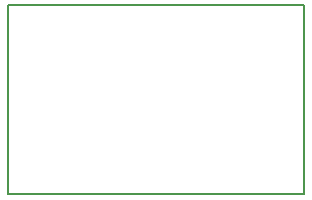
<source format=gm1>
%TF.GenerationSoftware,KiCad,Pcbnew,(5.1.6)-1*%
%TF.CreationDate,2020-07-02T16:49:34+08:00*%
%TF.ProjectId,usb-ttl,7573622d-7474-46c2-9e6b-696361645f70,rev?*%
%TF.SameCoordinates,Original*%
%TF.FileFunction,Profile,NP*%
%FSLAX46Y46*%
G04 Gerber Fmt 4.6, Leading zero omitted, Abs format (unit mm)*
G04 Created by KiCad (PCBNEW (5.1.6)-1) date 2020-07-02 16:49:34*
%MOMM*%
%LPD*%
G01*
G04 APERTURE LIST*
%TA.AperFunction,Profile*%
%ADD10C,0.150000*%
%TD*%
G04 APERTURE END LIST*
D10*
X125000000Y-84000000D02*
X100000000Y-84000000D01*
X100000000Y-84000000D02*
X100000000Y-100000000D01*
X125000000Y-100000000D02*
X125000000Y-84000000D01*
X100000000Y-100000000D02*
X125000000Y-100000000D01*
M02*

</source>
